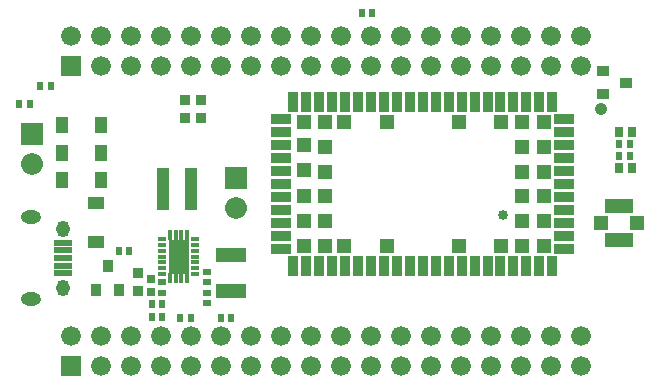
<source format=gbr>
G04 #@! TF.FileFunction,Soldermask,Top*
%FSLAX46Y46*%
G04 Gerber Fmt 4.6, Leading zero omitted, Abs format (unit mm)*
G04 Created by KiCad (PCBNEW 4.0.6) date 10/14/17 16:51:08*
%MOMM*%
%LPD*%
G01*
G04 APERTURE LIST*
%ADD10C,0.100000*%
%ADD11C,0.852400*%
%ADD12C,1.052400*%
%ADD13R,0.752400X0.552400*%
%ADD14R,1.502400X0.552400*%
%ADD15O,1.102400X1.402400*%
%ADD16O,1.702400X1.152400*%
%ADD17R,0.552400X0.752400*%
%ADD18R,0.952400X1.652400*%
%ADD19R,1.652400X0.952400*%
%ADD20R,1.252400X1.252400*%
%ADD21C,1.676400*%
%ADD22R,1.676400X1.676400*%
%ADD23R,1.202400X1.152400*%
%ADD24R,2.352400X1.202400*%
%ADD25R,0.902400X0.952400*%
%ADD26R,0.652400X0.752400*%
%ADD27R,0.752400X0.852400*%
%ADD28R,1.052400X1.352400*%
%ADD29R,1.352400X1.052400*%
%ADD30R,1.852400X1.852400*%
%ADD31O,1.852400X1.852400*%
%ADD32R,1.132400X3.552400*%
%ADD33R,1.052400X0.952400*%
%ADD34R,2.652400X1.152400*%
%ADD35R,0.952400X1.052400*%
%ADD36O,0.740000X0.380000*%
%ADD37R,1.720000X2.990000*%
%ADD38R,0.340000X0.915000*%
G04 APERTURE END LIST*
D10*
D11*
X163490000Y-106200000D03*
D12*
X171790000Y-97200000D03*
D13*
X138430000Y-110992500D03*
X138430000Y-111892500D03*
D14*
X126207500Y-108547500D03*
X126207500Y-109197500D03*
X126207500Y-109847500D03*
X126207500Y-110497500D03*
X126207500Y-111147500D03*
D15*
X126207500Y-107347500D03*
X126207500Y-112347500D03*
D16*
X123507500Y-106347500D03*
X123507500Y-113347500D03*
D17*
X152405500Y-89090500D03*
X151505500Y-89090500D03*
D18*
X167654500Y-96618500D03*
X166554500Y-96618500D03*
X165454500Y-96618500D03*
X164354500Y-96618500D03*
X163254500Y-96618500D03*
X162154500Y-96618500D03*
X161054500Y-96618500D03*
X159954500Y-96618500D03*
X158854500Y-96618500D03*
X157754500Y-96618500D03*
X156654500Y-96618500D03*
X155554500Y-96618500D03*
X154454500Y-96618500D03*
X153354500Y-96618500D03*
X152254500Y-96618500D03*
X151154500Y-96618500D03*
X150054500Y-96618500D03*
X148954500Y-96618500D03*
X147854500Y-96618500D03*
X146754500Y-96618500D03*
X145654500Y-96618500D03*
D19*
X144704500Y-98068500D03*
X144704500Y-99168500D03*
X144704500Y-100268500D03*
X144704500Y-101368500D03*
X144704500Y-102468500D03*
X144704500Y-103568500D03*
X144704500Y-104668500D03*
X144704500Y-105768500D03*
X144704500Y-106868500D03*
X144704500Y-107968500D03*
X144704500Y-109068500D03*
D18*
X145654500Y-110518500D03*
X146754500Y-110518500D03*
X147854500Y-110518500D03*
X148954500Y-110518500D03*
X150054500Y-110518500D03*
X151154500Y-110518500D03*
X152254500Y-110518500D03*
X153354500Y-110518500D03*
X154454500Y-110518500D03*
X155554500Y-110518500D03*
X156654500Y-110518500D03*
X157754500Y-110518500D03*
X158854500Y-110518500D03*
X159954500Y-110518500D03*
X161054500Y-110518500D03*
X162154500Y-110518500D03*
X163254500Y-110518500D03*
X164354500Y-110518500D03*
X165454500Y-110518500D03*
X166554500Y-110518500D03*
X167654500Y-110518500D03*
D19*
X168604500Y-109068500D03*
X168604500Y-107968500D03*
X168604500Y-106868500D03*
X168604500Y-105768500D03*
X168604500Y-104668500D03*
X168604500Y-103568500D03*
X168604500Y-102468500D03*
X168604500Y-101368500D03*
X168604500Y-100268500D03*
X168604500Y-99168500D03*
X168604500Y-98068500D03*
D20*
X166904500Y-98318500D03*
X166904500Y-100418500D03*
X166904500Y-102518500D03*
X166904500Y-104618500D03*
X166904500Y-106718500D03*
X166904500Y-108818500D03*
X165104500Y-98318500D03*
X165104500Y-100418500D03*
X165104500Y-102518500D03*
X165104500Y-104618500D03*
X165104500Y-106718500D03*
X165104500Y-108818500D03*
X163304500Y-98318500D03*
X163304500Y-108818500D03*
X159704500Y-98318500D03*
X159704500Y-108818500D03*
X153604500Y-98318500D03*
X153604500Y-108818500D03*
X150004500Y-98318500D03*
X150004500Y-108818500D03*
X148404500Y-98318500D03*
X148404500Y-100418500D03*
X148404500Y-102518500D03*
X148404500Y-104618500D03*
X148404500Y-106718500D03*
X148404500Y-108818500D03*
X146604500Y-98318500D03*
X146604500Y-100268500D03*
X146604500Y-102418500D03*
X146604500Y-104618500D03*
X146604500Y-106718500D03*
X146604500Y-108818500D03*
D13*
X138430000Y-112770500D03*
X138430000Y-113670500D03*
D21*
X170091100Y-116433600D03*
X170091100Y-118973600D03*
X167551100Y-116433600D03*
X167551100Y-118973600D03*
X165011100Y-116433600D03*
X165011100Y-118973600D03*
X162471100Y-116433600D03*
X162471100Y-118973600D03*
X159931100Y-116433600D03*
X159931100Y-118973600D03*
X157391100Y-116433600D03*
X157391100Y-118973600D03*
X154851100Y-116433600D03*
X154851100Y-118973600D03*
X152311100Y-116433600D03*
X152311100Y-118973600D03*
X149771100Y-116433600D03*
X149771100Y-118973600D03*
X147231100Y-116433600D03*
X147231100Y-118973600D03*
X144691100Y-116433600D03*
X144691100Y-118973600D03*
X142151100Y-116433600D03*
X142151100Y-118973600D03*
X139611100Y-116433600D03*
X139611100Y-118973600D03*
X137071100Y-116433600D03*
X137071100Y-118973600D03*
X134531100Y-116433600D03*
X134531100Y-118973600D03*
X131991100Y-116433600D03*
X131991100Y-118973600D03*
X129451100Y-116433600D03*
X129451100Y-118973600D03*
X126911100Y-116433600D03*
D22*
X126911100Y-118973600D03*
D21*
X170091100Y-91033600D03*
X170091100Y-93573600D03*
X167551100Y-91033600D03*
X167551100Y-93573600D03*
X165011100Y-91033600D03*
X165011100Y-93573600D03*
X162471100Y-91033600D03*
X162471100Y-93573600D03*
X159931100Y-91033600D03*
X159931100Y-93573600D03*
X157391100Y-91033600D03*
X157391100Y-93573600D03*
X154851100Y-91033600D03*
X154851100Y-93573600D03*
X152311100Y-91033600D03*
X152311100Y-93573600D03*
X149771100Y-91033600D03*
X149771100Y-93573600D03*
X147231100Y-91033600D03*
X147231100Y-93573600D03*
X144691100Y-91033600D03*
X144691100Y-93573600D03*
X142151100Y-91033600D03*
X142151100Y-93573600D03*
X139611100Y-91033600D03*
X139611100Y-93573600D03*
X137071100Y-91033600D03*
X137071100Y-93573600D03*
X134531100Y-91033600D03*
X134531100Y-93573600D03*
X131991100Y-91033600D03*
X131991100Y-93573600D03*
X129451100Y-91033600D03*
X129451100Y-93573600D03*
X126911100Y-91033600D03*
D22*
X126911100Y-93573600D03*
D23*
X171766500Y-106870500D03*
D24*
X173291500Y-108345500D03*
D23*
X174816500Y-106870500D03*
D24*
X173291500Y-105395500D03*
D25*
X132588000Y-112637000D03*
X132588000Y-111137000D03*
D26*
X133667500Y-111591000D03*
X133667500Y-112691000D03*
D27*
X173313000Y-102235000D03*
X174413000Y-102235000D03*
D28*
X129413000Y-98552000D03*
X126113000Y-98552000D03*
X129412000Y-103251000D03*
X126112000Y-103251000D03*
X129412000Y-100965000D03*
X126112000Y-100965000D03*
D29*
X129032000Y-105157000D03*
X129032000Y-108457000D03*
D27*
X173249500Y-99187000D03*
X174349500Y-99187000D03*
D30*
X123571000Y-99314000D03*
D31*
X123571000Y-101854000D03*
D32*
X134705000Y-104013000D03*
X137075000Y-104013000D03*
D17*
X123386000Y-96837500D03*
X122486000Y-96837500D03*
X174186000Y-101219000D03*
X173286000Y-101219000D03*
X124269500Y-95250000D03*
X125169500Y-95250000D03*
D13*
X134620000Y-112781500D03*
X134620000Y-111881500D03*
D17*
X139567500Y-114935000D03*
X140467500Y-114935000D03*
X137038500Y-114935000D03*
X136138500Y-114935000D03*
X174186000Y-100203000D03*
X173286000Y-100203000D03*
D33*
X171894500Y-94043500D03*
X171894500Y-95943500D03*
X173894500Y-94993500D03*
D34*
X140398500Y-109625000D03*
X140398500Y-112625000D03*
D35*
X129034500Y-112506000D03*
X130934500Y-112506000D03*
X129984500Y-110506000D03*
D17*
X130931500Y-109220000D03*
X131831500Y-109220000D03*
X133731000Y-113728500D03*
X134631000Y-113728500D03*
X133725500Y-114808000D03*
X134625500Y-114808000D03*
D30*
X140843000Y-103060500D03*
D31*
X140843000Y-105600500D03*
D25*
X137922000Y-97968500D03*
X137922000Y-96468500D03*
X136525000Y-97968500D03*
X136525000Y-96468500D03*
D36*
X137393000Y-111212000D03*
X137393000Y-110712000D03*
X137393000Y-110212000D03*
X137393000Y-109712000D03*
X137393000Y-109212000D03*
X137393000Y-108712000D03*
X137393000Y-108212000D03*
X134593000Y-108212000D03*
X134593000Y-108712000D03*
X134593000Y-109212000D03*
X134593000Y-109712000D03*
X134593000Y-110212000D03*
X134593000Y-110712000D03*
X134593000Y-111212000D03*
D37*
X135993000Y-109712000D03*
D38*
X135303000Y-111524500D03*
X135763000Y-111524500D03*
X136223000Y-111524500D03*
X136683000Y-111524500D03*
X136683000Y-107899500D03*
X136223000Y-107899500D03*
X135763000Y-107899500D03*
X135303000Y-107899500D03*
M02*

</source>
